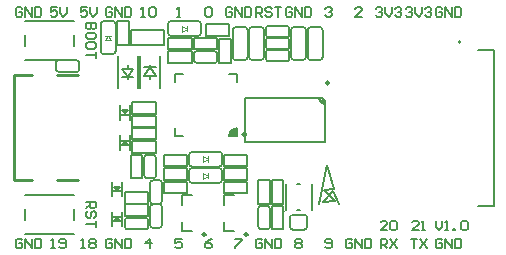
<source format=gto>
G04*
G04 #@! TF.GenerationSoftware,Altium Limited,Altium Designer,19.1.5 (86)*
G04*
G04 Layer_Color=65535*
%FSLAX25Y25*%
%MOIN*%
G70*
G01*
G75*
%ADD10C,0.00787*%
%ADD11C,0.00500*%
%ADD12C,0.00984*%
%ADD13C,0.00394*%
%ADD14C,0.00800*%
%ADD15C,0.01000*%
%ADD16R,0.03150X0.00787*%
G36*
X74335Y-2835D02*
X71677D01*
Y-2573D01*
X71779Y-2059D01*
X71980Y-1576D01*
X72271Y-1141D01*
X72641Y-771D01*
X73076Y-480D01*
X73559Y-279D01*
X74073Y-177D01*
X74335D01*
D01*
Y-2835D01*
D02*
G37*
G36*
X103394Y8996D02*
X103689Y7815D01*
X103098D01*
X101917Y8996D01*
Y9783D01*
X103394Y8996D01*
D02*
G37*
D10*
X148976Y28543D02*
G03*
X148976Y28543I-394J0D01*
G01*
X74335Y-177D02*
G03*
X71677Y-2835I0J-2657D01*
G01*
X101917Y9587D02*
G03*
X103689Y7815I1772J0D01*
G01*
X74335Y-2835D02*
Y-177D01*
X71677Y-2835D02*
X74335D01*
X53665Y-2835D02*
X56323D01*
X53665D02*
Y-177D01*
Y15177D02*
Y17835D01*
X56323D01*
X74335Y15177D02*
Y17835D01*
X71677D02*
X74335D01*
X56244Y-34405D02*
X59394D01*
X56244D02*
Y-31354D01*
Y-22594D02*
X59394D01*
X56244Y-25646D02*
Y-22594D01*
X70244Y-34405D02*
X73394D01*
X70244D02*
Y-31354D01*
Y-22594D02*
X73394D01*
X70244Y-25646D02*
Y-22594D01*
X48847Y13185D02*
Y23815D01*
X42153Y13185D02*
Y23815D01*
X43532Y20075D02*
X47469D01*
X43532Y17319D02*
X45500Y20075D01*
X47469Y17319D01*
X43532D02*
X47469D01*
X45500Y20075D02*
Y20862D01*
Y16138D02*
Y17319D01*
X38000Y19681D02*
Y20862D01*
Y16138D02*
Y16925D01*
X36031Y19681D02*
X39968D01*
X36031D02*
X38000Y16925D01*
X39968Y19681D01*
X36031Y16925D02*
X39968D01*
X41346Y13185D02*
Y23815D01*
X34653Y13185D02*
Y23815D01*
X77311Y-4783D02*
X103689D01*
X77311D02*
Y9783D01*
X101917Y9587D02*
Y9783D01*
X77311D02*
X102803D01*
X103689Y8898D01*
Y-4783D02*
Y8898D01*
D11*
X93150Y-29000D02*
G03*
X92150Y-30000I0J-1000D01*
G01*
Y-33000D02*
G03*
X93150Y-34000I1000J0D01*
G01*
X96850D02*
G03*
X97850Y-33000I0J1000D01*
G01*
Y-30000D02*
G03*
X96850Y-29000I-1000J0D01*
G01*
X51500Y31500D02*
G03*
X52500Y30500I1000J0D01*
G01*
X61500D02*
G03*
X62500Y31500I0J1000D01*
G01*
Y34500D02*
G03*
X61500Y35500I-1000J0D01*
G01*
X52500D02*
G03*
X51500Y34500I0J-1000D01*
G01*
X58500Y-12000D02*
G03*
X59500Y-13000I1000J0D01*
G01*
X68500D02*
G03*
X69500Y-12000I0J1000D01*
G01*
Y-9000D02*
G03*
X68500Y-8000I-1000J0D01*
G01*
X59500D02*
G03*
X58500Y-9000I0J-1000D01*
G01*
Y-17500D02*
G03*
X59500Y-18500I1000J0D01*
G01*
X68500D02*
G03*
X69500Y-17500I0J1000D01*
G01*
Y-14500D02*
G03*
X68500Y-13500I-1000J0D01*
G01*
X59500D02*
G03*
X58500Y-14500I0J-1000D01*
G01*
X77000Y22500D02*
G03*
X78000Y23500I0J1000D01*
G01*
X73000D02*
G03*
X74000Y22500I1000J0D01*
G01*
Y33500D02*
G03*
X73000Y32500I0J-1000D01*
G01*
X78000D02*
G03*
X77000Y33500I-1000J0D01*
G01*
X96500Y22500D02*
G03*
X97500Y23500I0J1000D01*
G01*
X92500D02*
G03*
X93500Y22500I1000J0D01*
G01*
Y33500D02*
G03*
X92500Y32500I0J-1000D01*
G01*
X97500D02*
G03*
X96500Y33500I-1000J0D01*
G01*
X82500Y22500D02*
G03*
X83500Y23500I0J1000D01*
G01*
X78500D02*
G03*
X79500Y22500I1000J0D01*
G01*
Y33500D02*
G03*
X78500Y32500I0J-1000D01*
G01*
X83500D02*
G03*
X82500Y33500I-1000J0D01*
G01*
X102000Y22500D02*
G03*
X103000Y23500I0J1000D01*
G01*
X98000D02*
G03*
X99000Y22500I1000J0D01*
G01*
Y33500D02*
G03*
X98000Y32500I0J-1000D01*
G01*
X103000D02*
G03*
X102000Y33500I-1000J0D01*
G01*
X47469Y-10047D02*
G03*
X46484Y-9063I-984J0D01*
G01*
Y-16937D02*
G03*
X47469Y-15953I0J984D01*
G01*
X43532D02*
G03*
X44516Y-16937I984J0D01*
G01*
Y-9063D02*
G03*
X43532Y-10047I0J-984D01*
G01*
X90953Y30031D02*
G03*
X91937Y31016I0J984D01*
G01*
X84063D02*
G03*
X85047Y30031I984J0D01*
G01*
Y33968D02*
G03*
X84063Y32984I0J-984D01*
G01*
X91937D02*
G03*
X90953Y33968I-984J0D01*
G01*
X85469Y-27047D02*
G03*
X84484Y-26063I-984J0D01*
G01*
Y-33937D02*
G03*
X85469Y-32953I0J984D01*
G01*
X81532D02*
G03*
X82516Y-33937I984J0D01*
G01*
Y-26063D02*
G03*
X81532Y-27047I0J-984D01*
G01*
X49468Y-26547D02*
G03*
X48484Y-25563I-984J0D01*
G01*
Y-33437D02*
G03*
X49468Y-32453I0J984D01*
G01*
X45531D02*
G03*
X46516Y-33437I984J0D01*
G01*
Y-25563D02*
G03*
X45531Y-26547I0J-984D01*
G01*
Y-24453D02*
G03*
X46516Y-25437I984J0D01*
G01*
Y-17563D02*
G03*
X45531Y-18547I0J-984D01*
G01*
X49468D02*
G03*
X48484Y-17563I-984J0D01*
G01*
Y-25437D02*
G03*
X49468Y-24453I0J984D01*
G01*
X85047Y25969D02*
G03*
X84063Y24984I0J-984D01*
G01*
X91937D02*
G03*
X90953Y25969I-984J0D01*
G01*
Y22031D02*
G03*
X91937Y23016I0J984D01*
G01*
X84063D02*
G03*
X85047Y22031I984J0D01*
G01*
X90953Y26032D02*
G03*
X91937Y27016I0J984D01*
G01*
X84063D02*
G03*
X85047Y26032I984J0D01*
G01*
Y29969D02*
G03*
X84063Y28984I0J-984D01*
G01*
X91937D02*
G03*
X90953Y29969I-984J0D01*
G01*
X15047Y22468D02*
G03*
X14063Y21484I0J-984D01*
G01*
X21937D02*
G03*
X20953Y22468I-984J0D01*
G01*
Y18531D02*
G03*
X21937Y19516I0J984D01*
G01*
X14063D02*
G03*
X15047Y18531I984J0D01*
G01*
X38047Y-30031D02*
G03*
X37063Y-31016I0J-984D01*
G01*
X44937D02*
G03*
X43953Y-30031I-984J0D01*
G01*
Y-33968D02*
G03*
X44937Y-32984I0J984D01*
G01*
X37063D02*
G03*
X38047Y-33968I984J0D01*
G01*
X66953Y21531D02*
G03*
X67937Y22516I0J984D01*
G01*
X60063D02*
G03*
X61047Y21531I984J0D01*
G01*
Y25469D02*
G03*
X60063Y24484I0J-984D01*
G01*
X67937D02*
G03*
X66953Y25469I-984J0D01*
G01*
X33000Y24500D02*
G03*
X34000Y25500I0J1000D01*
G01*
Y34500D02*
G03*
X33000Y35500I-1000J0D01*
G01*
X30000D02*
G03*
X29000Y34500I0J-1000D01*
G01*
Y25500D02*
G03*
X30000Y24500I1000J0D01*
G01*
X90158Y-28118D02*
G03*
X90158Y-28118I-276J0D01*
G01*
X154961Y-25984D02*
X160000D01*
X154961Y25984D02*
X160000D01*
Y-25984D02*
Y25984D01*
X93150Y-29000D02*
X96850D01*
X92150Y-33000D02*
Y-30000D01*
X93150Y-34000D02*
X96850D01*
X97850Y-33000D02*
Y-30000D01*
X57937Y-21969D02*
Y-18032D01*
X50063D02*
X57937D01*
X50063Y-21969D02*
Y-18032D01*
Y-21969D02*
X57937D01*
X77937D02*
Y-18032D01*
X70063D02*
X77937D01*
X70063Y-21969D02*
Y-18032D01*
Y-21969D02*
X77937D01*
X37000Y4803D02*
X37984Y5787D01*
X36016D02*
X37984D01*
X36016D02*
X37000Y4803D01*
X38675Y2638D02*
Y7362D01*
X35325Y2638D02*
Y7362D01*
X39563Y32D02*
X47437D01*
X39563D02*
Y3968D01*
X47437D01*
Y32D02*
Y3968D01*
X39563Y-3968D02*
X47437D01*
X39563D02*
Y-32D01*
X47437D01*
Y-3968D02*
Y-32D01*
X39563Y4532D02*
X47437D01*
X39563D02*
Y8468D01*
X47437D01*
Y4532D02*
Y8468D01*
X33516Y-31287D02*
X34500Y-30303D01*
X33516Y-31287D02*
X35484D01*
X34500Y-30303D02*
X35484Y-31287D01*
X32825Y-32862D02*
Y-28138D01*
X36175Y-32862D02*
Y-28138D01*
X34500Y-20697D02*
X35484Y-19713D01*
X33516D02*
X35484D01*
X33516D02*
X34500Y-20697D01*
X36175Y-22862D02*
Y-18138D01*
X32825Y-22862D02*
Y-18138D01*
X36016Y-5787D02*
X37000Y-4803D01*
X36016Y-5787D02*
X37984D01*
X37000Y-4803D02*
X37984Y-5787D01*
X35325Y-7362D02*
Y-2638D01*
X38675Y-7362D02*
Y-2638D01*
X51500Y31500D02*
Y34500D01*
X52500Y30500D02*
X61500D01*
X62500Y31500D02*
Y34500D01*
X52500Y35500D02*
X61500D01*
X51563Y26032D02*
Y29969D01*
Y26032D02*
X59437D01*
Y29969D01*
X51563D02*
X59437D01*
X58500Y-12000D02*
Y-9000D01*
X59500Y-13000D02*
X68500D01*
X69500Y-12000D02*
Y-9000D01*
X59500Y-8000D02*
X68500D01*
X58500Y-17500D02*
Y-14500D01*
X59500Y-18500D02*
X68500D01*
X69500Y-17500D02*
Y-14500D01*
X59500Y-13500D02*
X68500D01*
X57937Y-12968D02*
Y-9031D01*
X50063D02*
X57937D01*
X50063Y-12968D02*
Y-9031D01*
Y-12968D02*
X57937D01*
Y-17469D02*
Y-13532D01*
X50063D02*
X57937D01*
X50063Y-17469D02*
Y-13532D01*
Y-17469D02*
X57937D01*
X78000Y23500D02*
Y32500D01*
X74000Y22500D02*
X77000D01*
X73000Y23500D02*
Y32500D01*
X74000Y33500D02*
X77000D01*
X97500Y23500D02*
Y32500D01*
X93500Y22500D02*
X96500D01*
X92500Y23500D02*
Y32500D01*
X93500Y33500D02*
X96500D01*
X83500Y23500D02*
Y32500D01*
X79500Y22500D02*
X82500D01*
X78500Y23500D02*
Y32500D01*
X79500Y33500D02*
X82500D01*
X103000Y23500D02*
Y32500D01*
X99000Y22500D02*
X102000D01*
X98000Y23500D02*
Y32500D01*
X99000Y33500D02*
X102000D01*
X44516Y-16937D02*
X46484D01*
X47469Y-15953D02*
Y-10047D01*
X44516Y-9063D02*
X46484D01*
X43532Y-15953D02*
Y-10047D01*
X84063Y31016D02*
Y32984D01*
X85047Y30031D02*
X90953D01*
X91937Y31016D02*
Y32984D01*
X85047Y33968D02*
X90953D01*
X82516Y-33937D02*
X84484D01*
X85469Y-32953D02*
Y-27047D01*
X82516Y-26063D02*
X84484D01*
X81532Y-32953D02*
Y-27047D01*
X46516Y-33437D02*
X48484D01*
X49468Y-32453D02*
Y-26547D01*
X46516Y-25563D02*
X48484D01*
X45531Y-32453D02*
Y-26547D01*
X46516Y-17563D02*
X48484D01*
X45531Y-24453D02*
Y-18547D01*
X46516Y-25437D02*
X48484D01*
X49468Y-24453D02*
Y-18547D01*
X91937Y23016D02*
Y24984D01*
X85047Y25969D02*
X90953D01*
X84063Y23016D02*
Y24984D01*
X85047Y22031D02*
X90953D01*
X84063Y27016D02*
Y28984D01*
X85047Y26032D02*
X90953D01*
X91937Y27016D02*
Y28984D01*
X85047Y29969D02*
X90953D01*
X21937Y19516D02*
Y21484D01*
X15047Y22468D02*
X20953D01*
X14063Y19516D02*
Y21484D01*
X15047Y18531D02*
X20953D01*
X44937Y-32984D02*
Y-31016D01*
X38047Y-30031D02*
X43953D01*
X37063Y-32984D02*
Y-31016D01*
X38047Y-33968D02*
X43953D01*
X60063Y22516D02*
Y24484D01*
X61047Y21531D02*
X66953D01*
X67937Y22516D02*
Y24484D01*
X61047Y25469D02*
X66953D01*
X39000Y27500D02*
X50000D01*
X39000D02*
Y32500D01*
X50000D01*
Y27500D02*
Y32500D01*
X30000Y24500D02*
X33000D01*
X34000Y25500D02*
Y34500D01*
X30000Y35500D02*
X33000D01*
X29000Y25500D02*
Y34500D01*
X39563Y-8468D02*
Y-4532D01*
Y-8468D02*
X47437D01*
Y-4532D01*
X39563D02*
X47437D01*
X39031Y-16937D02*
X42968D01*
Y-9063D01*
X39031D02*
X42968D01*
X39031Y-16937D02*
Y-9063D01*
X81532Y-25437D02*
X85469D01*
Y-17563D01*
X81532D02*
X85469D01*
X81532Y-25437D02*
Y-17563D01*
X44937Y-29469D02*
Y-25532D01*
X37063D02*
X44937D01*
X37063Y-29469D02*
Y-25532D01*
Y-29469D02*
X44937D01*
Y-25469D02*
Y-21531D01*
X37063D02*
X44937D01*
X37063Y-25469D02*
Y-21531D01*
Y-25469D02*
X44937D01*
X86032Y-25437D02*
X89969D01*
Y-17563D01*
X86032D02*
X89969D01*
X86032Y-25437D02*
Y-17563D01*
X77937Y-12968D02*
Y-9031D01*
X70063D02*
X77937D01*
X70063Y-12968D02*
Y-9031D01*
Y-12968D02*
X77937D01*
Y-17469D02*
Y-13532D01*
X70063D02*
X77937D01*
X70063Y-17469D02*
Y-13532D01*
Y-17469D02*
X77937D01*
X34532Y27563D02*
X38469D01*
Y35437D01*
X34532D02*
X38469D01*
X34532Y27563D02*
Y35437D01*
X51563Y21531D02*
Y25469D01*
Y21531D02*
X59437D01*
Y25469D01*
X51563D02*
X59437D01*
X71937Y30531D02*
Y34468D01*
X64063D02*
X71937D01*
X64063Y30531D02*
Y34468D01*
Y30531D02*
X71937D01*
X68532Y29437D02*
X72469D01*
X68532Y21563D02*
Y29437D01*
Y21563D02*
X72469D01*
Y29437D01*
X60063Y26032D02*
Y29969D01*
Y26032D02*
X67937D01*
Y29969D01*
X60063D02*
X67937D01*
X86032Y-33937D02*
X89969D01*
Y-26063D01*
X86032D02*
X89969D01*
X86032Y-33937D02*
Y-26063D01*
X3732Y27031D02*
Y30968D01*
Y22602D02*
X20268D01*
X3732Y35398D02*
X20268D01*
Y27031D02*
Y30968D01*
X3732Y-30968D02*
Y-27031D01*
Y-35398D02*
X20268D01*
X3732Y-22602D02*
X20268D01*
Y-30968D02*
Y-27031D01*
X94606Y-27331D02*
X95394D01*
X94606Y-18669D02*
X95394D01*
X90669Y-27331D02*
Y-18669D01*
X99331Y-27331D02*
Y-18669D01*
X27500Y34865D02*
X24301D01*
Y33265D01*
X24834Y32732D01*
X25367D01*
X25901Y33265D01*
Y34865D01*
Y33265D01*
X26434Y32732D01*
X26967D01*
X27500Y33265D01*
Y34865D01*
Y30066D02*
Y31133D01*
X26967Y31666D01*
X24834D01*
X24301Y31133D01*
Y30066D01*
X24834Y29533D01*
X26967D01*
X27500Y30066D01*
Y26867D02*
Y27934D01*
X26967Y28467D01*
X24834D01*
X24301Y27934D01*
Y26867D01*
X24834Y26334D01*
X26967D01*
X27500Y26867D01*
Y25268D02*
Y23135D01*
Y24202D01*
X24301D01*
X122334Y-40199D02*
Y-37000D01*
X123934D01*
X124467Y-37533D01*
Y-38600D01*
X123934Y-39133D01*
X122334D01*
X123400D02*
X124467Y-40199D01*
X125533Y-37000D02*
X127666Y-40199D01*
Y-37000D02*
X125533Y-40199D01*
X14467Y40199D02*
X12334D01*
Y38600D01*
X13400Y39133D01*
X13934D01*
X14467Y38600D01*
Y37533D01*
X13934Y37000D01*
X12867D01*
X12334Y37533D01*
X15533Y40199D02*
Y38066D01*
X16600Y37000D01*
X17666Y38066D01*
Y40199D01*
X2867Y-37533D02*
X2334Y-37000D01*
X1268D01*
X735Y-37533D01*
Y-39666D01*
X1268Y-40199D01*
X2334D01*
X2867Y-39666D01*
Y-38600D01*
X1801D01*
X3934Y-40199D02*
Y-37000D01*
X6066Y-40199D01*
Y-37000D01*
X7133D02*
Y-40199D01*
X8732D01*
X9265Y-39666D01*
Y-37533D01*
X8732Y-37000D01*
X7133D01*
X24467Y40199D02*
X22334D01*
Y38600D01*
X23401Y39133D01*
X23934D01*
X24467Y38600D01*
Y37533D01*
X23934Y37000D01*
X22867D01*
X22334Y37533D01*
X25533Y40199D02*
Y38066D01*
X26599Y37000D01*
X27666Y38066D01*
Y40199D01*
X32867Y39666D02*
X32334Y40199D01*
X31268D01*
X30735Y39666D01*
Y37533D01*
X31268Y37000D01*
X32334D01*
X32867Y37533D01*
Y38600D01*
X31801D01*
X33934Y37000D02*
Y40199D01*
X36066Y37000D01*
Y40199D01*
X37133D02*
Y37000D01*
X38732D01*
X39265Y37533D01*
Y39666D01*
X38732Y40199D01*
X37133D01*
X24301Y-24735D02*
X27500D01*
Y-26334D01*
X26967Y-26867D01*
X25901D01*
X25367Y-26334D01*
Y-24735D01*
Y-25801D02*
X24301Y-26867D01*
X26967Y-30066D02*
X27500Y-29533D01*
Y-28467D01*
X26967Y-27934D01*
X26434D01*
X25901Y-28467D01*
Y-29533D01*
X25367Y-30066D01*
X24834D01*
X24301Y-29533D01*
Y-28467D01*
X24834Y-27934D01*
X27500Y-31133D02*
Y-33265D01*
Y-32199D01*
X24301D01*
X42601Y37000D02*
X43667D01*
X43134D01*
Y40199D01*
X42601Y39666D01*
X45267D02*
X45800Y40199D01*
X46866D01*
X47399Y39666D01*
Y37533D01*
X46866Y37000D01*
X45800D01*
X45267Y37533D01*
Y39666D01*
X22601Y-40199D02*
X23667D01*
X23134D01*
Y-37000D01*
X22601Y-37533D01*
X25267D02*
X25800Y-37000D01*
X26866D01*
X27399Y-37533D01*
Y-38066D01*
X26866Y-38600D01*
X27399Y-39133D01*
Y-39666D01*
X26866Y-40199D01*
X25800D01*
X25267Y-39666D01*
Y-39133D01*
X25800Y-38600D01*
X25267Y-38066D01*
Y-37533D01*
X25800Y-38600D02*
X26866D01*
X135000Y-34199D02*
X132867D01*
X135000Y-32066D01*
Y-31533D01*
X134467Y-31000D01*
X133400D01*
X132867Y-31533D01*
X136066Y-34199D02*
X137133D01*
X136600D01*
Y-31000D01*
X136066Y-31533D01*
X56066Y-37000D02*
X53934D01*
Y-38600D01*
X55000Y-38066D01*
X55533D01*
X56066Y-38600D01*
Y-39666D01*
X55533Y-40199D01*
X54467D01*
X53934Y-39666D01*
X142867Y-37533D02*
X142334Y-37000D01*
X141268D01*
X140735Y-37533D01*
Y-39666D01*
X141268Y-40199D01*
X142334D01*
X142867Y-39666D01*
Y-38600D01*
X141801D01*
X143934Y-40199D02*
Y-37000D01*
X146066Y-40199D01*
Y-37000D01*
X147133D02*
Y-40199D01*
X148732D01*
X149265Y-39666D01*
Y-37533D01*
X148732Y-37000D01*
X147133D01*
X140668Y-31000D02*
Y-33133D01*
X141735Y-34199D01*
X142801Y-33133D01*
Y-31000D01*
X143867Y-34199D02*
X144934D01*
X144401D01*
Y-31000D01*
X143867Y-31533D01*
X146533Y-34199D02*
Y-33666D01*
X147066D01*
Y-34199D01*
X146533D01*
X149199Y-31533D02*
X149732Y-31000D01*
X150798D01*
X151332Y-31533D01*
Y-33666D01*
X150798Y-34199D01*
X149732D01*
X149199Y-33666D01*
Y-31533D01*
X73934Y-37000D02*
X76066D01*
Y-37533D01*
X73934Y-39666D01*
Y-40199D01*
X54467Y37000D02*
X55533D01*
X55000D01*
Y40199D01*
X54467Y39666D01*
X72867D02*
X72334Y40199D01*
X71268D01*
X70735Y39666D01*
Y37533D01*
X71268Y37000D01*
X72334D01*
X72867Y37533D01*
Y38600D01*
X71801D01*
X73934Y37000D02*
Y40199D01*
X76066Y37000D01*
Y40199D01*
X77133D02*
Y37000D01*
X78732D01*
X79265Y37533D01*
Y39666D01*
X78732Y40199D01*
X77133D01*
X142867Y39666D02*
X142334Y40199D01*
X141268D01*
X140735Y39666D01*
Y37533D01*
X141268Y37000D01*
X142334D01*
X142867Y37533D01*
Y38600D01*
X141801D01*
X143934Y37000D02*
Y40199D01*
X146066Y37000D01*
Y40199D01*
X147133D02*
Y37000D01*
X148732D01*
X149265Y37533D01*
Y39666D01*
X148732Y40199D01*
X147133D01*
X32867Y-37533D02*
X32334Y-37000D01*
X31268D01*
X30735Y-37533D01*
Y-39666D01*
X31268Y-40199D01*
X32334D01*
X32867Y-39666D01*
Y-38600D01*
X31801D01*
X33934Y-40199D02*
Y-37000D01*
X36066Y-40199D01*
Y-37000D01*
X37133D02*
Y-40199D01*
X38732D01*
X39265Y-39666D01*
Y-37533D01*
X38732Y-37000D01*
X37133D01*
X80735Y37000D02*
Y40199D01*
X82334D01*
X82867Y39666D01*
Y38600D01*
X82334Y38066D01*
X80735D01*
X81801D02*
X82867Y37000D01*
X86066Y39666D02*
X85533Y40199D01*
X84467D01*
X83934Y39666D01*
Y39133D01*
X84467Y38600D01*
X85533D01*
X86066Y38066D01*
Y37533D01*
X85533Y37000D01*
X84467D01*
X83934Y37533D01*
X87133Y40199D02*
X89265D01*
X88199D01*
Y37000D01*
X112867Y-37533D02*
X112334Y-37000D01*
X111268D01*
X110735Y-37533D01*
Y-39666D01*
X111268Y-40199D01*
X112334D01*
X112867Y-39666D01*
Y-38600D01*
X111801D01*
X113934Y-40199D02*
Y-37000D01*
X116066Y-40199D01*
Y-37000D01*
X117133D02*
Y-40199D01*
X118732D01*
X119265Y-39666D01*
Y-37533D01*
X118732Y-37000D01*
X117133D01*
X130735Y39666D02*
X131268Y40199D01*
X132334D01*
X132867Y39666D01*
Y39133D01*
X132334Y38600D01*
X131801D01*
X132334D01*
X132867Y38066D01*
Y37533D01*
X132334Y37000D01*
X131268D01*
X130735Y37533D01*
X133934Y40199D02*
Y38066D01*
X135000Y37000D01*
X136066Y38066D01*
Y40199D01*
X137133Y39666D02*
X137666Y40199D01*
X138732D01*
X139265Y39666D01*
Y39133D01*
X138732Y38600D01*
X138199D01*
X138732D01*
X139265Y38066D01*
Y37533D01*
X138732Y37000D01*
X137666D01*
X137133Y37533D01*
X2867Y39666D02*
X2334Y40199D01*
X1268D01*
X735Y39666D01*
Y37533D01*
X1268Y37000D01*
X2334D01*
X2867Y37533D01*
Y38600D01*
X1801D01*
X3934Y37000D02*
Y40199D01*
X6066Y37000D01*
Y40199D01*
X7133D02*
Y37000D01*
X8732D01*
X9265Y37533D01*
Y39666D01*
X8732Y40199D01*
X7133D01*
X63934Y39666D02*
X64467Y40199D01*
X65533D01*
X66066Y39666D01*
Y37533D01*
X65533Y37000D01*
X64467D01*
X63934Y37533D01*
Y39666D01*
X132334Y-37000D02*
X134467D01*
X133400D01*
Y-40199D01*
X135533Y-37000D02*
X137666Y-40199D01*
Y-37000D02*
X135533Y-40199D01*
X66066Y-37000D02*
X65000Y-37533D01*
X63934Y-38600D01*
Y-39666D01*
X64467Y-40199D01*
X65533D01*
X66066Y-39666D01*
Y-39133D01*
X65533Y-38600D01*
X63934D01*
X45533Y-40199D02*
Y-37000D01*
X43934Y-38600D01*
X46066D01*
X82867Y-37533D02*
X82334Y-37000D01*
X81268D01*
X80735Y-37533D01*
Y-39666D01*
X81268Y-40199D01*
X82334D01*
X82867Y-39666D01*
Y-38600D01*
X81801D01*
X83934Y-40199D02*
Y-37000D01*
X86066Y-40199D01*
Y-37000D01*
X87133D02*
Y-40199D01*
X88732D01*
X89265Y-39666D01*
Y-37533D01*
X88732Y-37000D01*
X87133D01*
X93934Y-37533D02*
X94467Y-37000D01*
X95533D01*
X96066Y-37533D01*
Y-38066D01*
X95533Y-38600D01*
X96066Y-39133D01*
Y-39666D01*
X95533Y-40199D01*
X94467D01*
X93934Y-39666D01*
Y-39133D01*
X94467Y-38600D01*
X93934Y-38066D01*
Y-37533D01*
X94467Y-38600D02*
X95533D01*
X12601Y-40199D02*
X13667D01*
X13134D01*
Y-37000D01*
X12601Y-37533D01*
X15267Y-39666D02*
X15800Y-40199D01*
X16866D01*
X17399Y-39666D01*
Y-37533D01*
X16866Y-37000D01*
X15800D01*
X15267Y-37533D01*
Y-38066D01*
X15800Y-38600D01*
X17399D01*
X120735Y39666D02*
X121268Y40199D01*
X122334D01*
X122867Y39666D01*
Y39133D01*
X122334Y38600D01*
X121801D01*
X122334D01*
X122867Y38066D01*
Y37533D01*
X122334Y37000D01*
X121268D01*
X120735Y37533D01*
X123934Y40199D02*
Y38066D01*
X125000Y37000D01*
X126066Y38066D01*
Y40199D01*
X127133Y39666D02*
X127666Y40199D01*
X128732D01*
X129265Y39666D01*
Y39133D01*
X128732Y38600D01*
X128199D01*
X128732D01*
X129265Y38066D01*
Y37533D01*
X128732Y37000D01*
X127666D01*
X127133Y37533D01*
X103934Y39666D02*
X104467Y40199D01*
X105533D01*
X106066Y39666D01*
Y39133D01*
X105533Y38600D01*
X105000D01*
X105533D01*
X106066Y38066D01*
Y37533D01*
X105533Y37000D01*
X104467D01*
X103934Y37533D01*
X92867Y39666D02*
X92334Y40199D01*
X91268D01*
X90735Y39666D01*
Y37533D01*
X91268Y37000D01*
X92334D01*
X92867Y37533D01*
Y38600D01*
X91801D01*
X93934Y37000D02*
Y40199D01*
X96066Y37000D01*
Y40199D01*
X97133D02*
Y37000D01*
X98732D01*
X99265Y37533D01*
Y39666D01*
X98732Y40199D01*
X97133D01*
X124467Y-34199D02*
X122334D01*
X124467Y-32066D01*
Y-31533D01*
X123934Y-31000D01*
X122867D01*
X122334Y-31533D01*
X125533D02*
X126066Y-31000D01*
X127133D01*
X127666Y-31533D01*
Y-33666D01*
X127133Y-34199D01*
X126066D01*
X125533Y-33666D01*
Y-31533D01*
X116066Y37000D02*
X113934D01*
X116066Y39133D01*
Y39666D01*
X115533Y40199D01*
X114467D01*
X113934Y39666D01*
X103934Y-39666D02*
X104467Y-40199D01*
X105533D01*
X106066Y-39666D01*
Y-37533D01*
X105533Y-37000D01*
X104467D01*
X103934Y-37533D01*
Y-38066D01*
X104467Y-38600D01*
X106066D01*
D12*
X77386Y-2244D02*
G03*
X77386Y-2244I-492J0D01*
G01*
X64020Y-35685D02*
G03*
X64020Y-35685I-492J0D01*
G01*
X78020D02*
G03*
X78020Y-35685I-492J0D01*
G01*
X105165Y14902D02*
G03*
X105165Y14902I-492J0D01*
G01*
D13*
X56311Y32016D02*
X57689Y33000D01*
X56311Y32016D02*
Y33000D01*
X57689Y32114D02*
Y33000D01*
Y33886D01*
X56311Y33000D02*
Y33984D01*
X57689Y33000D01*
X63311Y-11484D02*
X64689Y-10500D01*
X63311Y-11484D02*
Y-10500D01*
X64689Y-11386D02*
Y-10500D01*
Y-9614D01*
X63311Y-10500D02*
Y-9516D01*
X64689Y-10500D01*
X63311Y-16984D02*
X64689Y-16000D01*
X63311Y-16984D02*
Y-16000D01*
X64689Y-16886D02*
Y-16000D01*
Y-15114D01*
X63311Y-16000D02*
Y-15016D01*
X64689Y-16000D01*
X31500Y30689D02*
X32484Y29311D01*
X31500D02*
X32484D01*
X31500Y30689D02*
X32386D01*
X30614D02*
X31500D01*
X30516Y29311D02*
X31500D01*
X30516D02*
X31500Y30689D01*
D14*
X101900Y-25600D02*
X104400Y-12600D01*
X106700Y-20600D01*
X103400Y-20900D02*
X106700Y-20600D01*
X103400Y-20900D02*
X107000Y-24500D01*
X103000Y-24800D02*
X107000Y-24500D01*
X103000Y-24800D02*
X106500Y-21200D01*
X108400Y-25600D01*
D15*
X0Y-17598D02*
Y17598D01*
X6087D01*
X14386D02*
X21362D01*
X0Y-17598D02*
X6087D01*
X14386D02*
X21362D01*
D16*
X37000Y4312D02*
D03*
X34499Y-29813D02*
D03*
X34500Y-21189D02*
D03*
X36999Y-4312D02*
D03*
M02*

</source>
